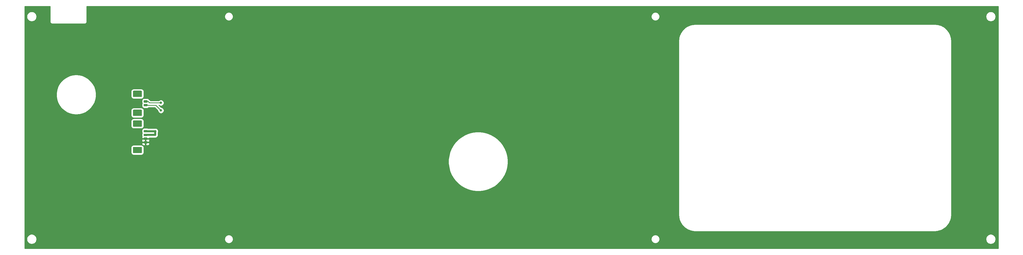
<source format=gbr>
G04 #@! TF.GenerationSoftware,KiCad,Pcbnew,(5.1.9)-1*
G04 #@! TF.CreationDate,2021-03-05T16:24:16-06:00*
G04 #@! TF.ProjectId,Y+,592b2e6b-6963-4616-945f-706362585858,3*
G04 #@! TF.SameCoordinates,Original*
G04 #@! TF.FileFunction,Copper,L2,Bot*
G04 #@! TF.FilePolarity,Positive*
%FSLAX46Y46*%
G04 Gerber Fmt 4.6, Leading zero omitted, Abs format (unit mm)*
G04 Created by KiCad (PCBNEW (5.1.9)-1) date 2021-03-05 16:24:16*
%MOMM*%
%LPD*%
G01*
G04 APERTURE LIST*
G04 #@! TA.AperFunction,ViaPad*
%ADD10C,0.800000*%
G04 #@! TD*
G04 #@! TA.AperFunction,Conductor*
%ADD11C,0.250000*%
G04 #@! TD*
G04 #@! TA.AperFunction,Conductor*
%ADD12C,0.700000*%
G04 #@! TD*
G04 #@! TA.AperFunction,Conductor*
%ADD13C,0.254000*%
G04 #@! TD*
G04 #@! TA.AperFunction,Conductor*
%ADD14C,0.100000*%
G04 #@! TD*
G04 APERTURE END LIST*
G04 #@! TA.AperFunction,SMDPad,CuDef*
G36*
G01*
X168060000Y-232075000D02*
X167160000Y-232075000D01*
G75*
G02*
X166960000Y-231875000I0J200000D01*
G01*
X166960000Y-231475000D01*
G75*
G02*
X167160000Y-231275000I200000J0D01*
G01*
X168060000Y-231275000D01*
G75*
G02*
X168260000Y-231475000I0J-200000D01*
G01*
X168260000Y-231875000D01*
G75*
G02*
X168060000Y-232075000I-200000J0D01*
G01*
G37*
G04 #@! TD.AperFunction*
G04 #@! TA.AperFunction,SMDPad,CuDef*
G36*
G01*
X168060000Y-230825000D02*
X167160000Y-230825000D01*
G75*
G02*
X166960000Y-230625000I0J200000D01*
G01*
X166960000Y-230225000D01*
G75*
G02*
X167160000Y-230025000I200000J0D01*
G01*
X168060000Y-230025000D01*
G75*
G02*
X168260000Y-230225000I0J-200000D01*
G01*
X168260000Y-230625000D01*
G75*
G02*
X168060000Y-230825000I-200000J0D01*
G01*
G37*
G04 #@! TD.AperFunction*
G04 #@! TA.AperFunction,SMDPad,CuDef*
G36*
G01*
X168060000Y-229575000D02*
X167160000Y-229575000D01*
G75*
G02*
X166960000Y-229375000I0J200000D01*
G01*
X166960000Y-228975000D01*
G75*
G02*
X167160000Y-228775000I200000J0D01*
G01*
X168060000Y-228775000D01*
G75*
G02*
X168260000Y-228975000I0J-200000D01*
G01*
X168260000Y-229375000D01*
G75*
G02*
X168060000Y-229575000I-200000J0D01*
G01*
G37*
G04 #@! TD.AperFunction*
G04 #@! TA.AperFunction,SMDPad,CuDef*
G36*
G01*
X168060000Y-228325000D02*
X167160000Y-228325000D01*
G75*
G02*
X166960000Y-228125000I0J200000D01*
G01*
X166960000Y-227725000D01*
G75*
G02*
X167160000Y-227525000I200000J0D01*
G01*
X168060000Y-227525000D01*
G75*
G02*
X168260000Y-227725000I0J-200000D01*
G01*
X168260000Y-228125000D01*
G75*
G02*
X168060000Y-228325000I-200000J0D01*
G01*
G37*
G04 #@! TD.AperFunction*
G04 #@! TA.AperFunction,SMDPad,CuDef*
G36*
G01*
X166110000Y-235275000D02*
X163610000Y-235275000D01*
G75*
G02*
X163360000Y-235025000I0J250000D01*
G01*
X163360000Y-233425000D01*
G75*
G02*
X163610000Y-233175000I250000J0D01*
G01*
X166110000Y-233175000D01*
G75*
G02*
X166360000Y-233425000I0J-250000D01*
G01*
X166360000Y-235025000D01*
G75*
G02*
X166110000Y-235275000I-250000J0D01*
G01*
G37*
G04 #@! TD.AperFunction*
G04 #@! TA.AperFunction,SMDPad,CuDef*
G36*
G01*
X166110000Y-226425000D02*
X163610000Y-226425000D01*
G75*
G02*
X163360000Y-226175000I0J250000D01*
G01*
X163360000Y-224575000D01*
G75*
G02*
X163610000Y-224325000I250000J0D01*
G01*
X166110000Y-224325000D01*
G75*
G02*
X166360000Y-224575000I0J-250000D01*
G01*
X166360000Y-226175000D01*
G75*
G02*
X166110000Y-226425000I-250000J0D01*
G01*
G37*
G04 #@! TD.AperFunction*
G04 #@! TA.AperFunction,SMDPad,CuDef*
G36*
G01*
X166110000Y-216475000D02*
X163610000Y-216475000D01*
G75*
G02*
X163360000Y-216225000I0J250000D01*
G01*
X163360000Y-214625000D01*
G75*
G02*
X163610000Y-214375000I250000J0D01*
G01*
X166110000Y-214375000D01*
G75*
G02*
X166360000Y-214625000I0J-250000D01*
G01*
X166360000Y-216225000D01*
G75*
G02*
X166110000Y-216475000I-250000J0D01*
G01*
G37*
G04 #@! TD.AperFunction*
G04 #@! TA.AperFunction,SMDPad,CuDef*
G36*
G01*
X166110000Y-222825000D02*
X163610000Y-222825000D01*
G75*
G02*
X163360000Y-222575000I0J250000D01*
G01*
X163360000Y-220975000D01*
G75*
G02*
X163610000Y-220725000I250000J0D01*
G01*
X166110000Y-220725000D01*
G75*
G02*
X166360000Y-220975000I0J-250000D01*
G01*
X166360000Y-222575000D01*
G75*
G02*
X166110000Y-222825000I-250000J0D01*
G01*
G37*
G04 #@! TD.AperFunction*
G04 #@! TA.AperFunction,SMDPad,CuDef*
G36*
G01*
X168060000Y-218375000D02*
X167160000Y-218375000D01*
G75*
G02*
X166960000Y-218175000I0J200000D01*
G01*
X166960000Y-217775000D01*
G75*
G02*
X167160000Y-217575000I200000J0D01*
G01*
X168060000Y-217575000D01*
G75*
G02*
X168260000Y-217775000I0J-200000D01*
G01*
X168260000Y-218175000D01*
G75*
G02*
X168060000Y-218375000I-200000J0D01*
G01*
G37*
G04 #@! TD.AperFunction*
G04 #@! TA.AperFunction,SMDPad,CuDef*
G36*
G01*
X168060000Y-219625000D02*
X167160000Y-219625000D01*
G75*
G02*
X166960000Y-219425000I0J200000D01*
G01*
X166960000Y-219025000D01*
G75*
G02*
X167160000Y-218825000I200000J0D01*
G01*
X168060000Y-218825000D01*
G75*
G02*
X168260000Y-219025000I0J-200000D01*
G01*
X168260000Y-219425000D01*
G75*
G02*
X168060000Y-219625000I-200000J0D01*
G01*
G37*
G04 #@! TD.AperFunction*
D10*
X301625000Y-226695000D03*
X266700000Y-229235000D03*
X234315000Y-224155000D03*
X161290000Y-222250000D03*
X170815000Y-227965000D03*
X172720000Y-218440000D03*
X172720000Y-220980000D03*
D11*
X167650000Y-227965000D02*
X167610000Y-227925000D01*
D12*
X170815000Y-227965000D02*
X167650000Y-227965000D01*
X167610000Y-229175000D02*
X170755000Y-229175000D01*
X170815000Y-229115000D02*
X170815000Y-227965000D01*
D11*
X170755000Y-229175000D02*
X170815000Y-229115000D01*
X172720000Y-218440000D02*
X168910000Y-218440000D01*
X168445000Y-217975000D02*
X167610000Y-217975000D01*
X168910000Y-218440000D02*
X168445000Y-217975000D01*
X170965000Y-219225000D02*
X167610000Y-219225000D01*
X172720000Y-220980000D02*
X170965000Y-219225000D01*
D13*
X135590001Y-191267571D02*
X135586807Y-191300000D01*
X135599550Y-191429383D01*
X135637290Y-191553793D01*
X135698575Y-191668450D01*
X135781052Y-191768948D01*
X135881550Y-191851425D01*
X135996207Y-191912710D01*
X136120617Y-191950450D01*
X136217581Y-191960000D01*
X136250000Y-191963193D01*
X136282419Y-191960000D01*
X147217581Y-191960000D01*
X147250000Y-191963193D01*
X147282419Y-191960000D01*
X147379383Y-191950450D01*
X147503793Y-191912710D01*
X147618450Y-191851425D01*
X147718948Y-191768948D01*
X147801425Y-191668450D01*
X147862710Y-191553793D01*
X147900450Y-191429383D01*
X147913193Y-191300000D01*
X147910000Y-191267581D01*
X147910000Y-189409835D01*
X194036886Y-189409835D01*
X194036886Y-189690165D01*
X194091575Y-189965107D01*
X194198853Y-190224097D01*
X194354595Y-190457182D01*
X194552818Y-190655405D01*
X194785903Y-190811147D01*
X195044893Y-190918425D01*
X195319835Y-190973114D01*
X195600165Y-190973114D01*
X195875107Y-190918425D01*
X196134097Y-190811147D01*
X196367182Y-190655405D01*
X196565405Y-190457182D01*
X196721147Y-190224097D01*
X196828425Y-189965107D01*
X196883114Y-189690165D01*
X196883114Y-189409835D01*
X336886886Y-189409835D01*
X336886886Y-189690165D01*
X336941575Y-189965107D01*
X337048853Y-190224097D01*
X337204595Y-190457182D01*
X337402818Y-190655405D01*
X337635903Y-190811147D01*
X337894893Y-190918425D01*
X338169835Y-190973114D01*
X338450165Y-190973114D01*
X338725107Y-190918425D01*
X338984097Y-190811147D01*
X339217182Y-190655405D01*
X339415405Y-190457182D01*
X339571147Y-190224097D01*
X339678425Y-189965107D01*
X339733114Y-189690165D01*
X339733114Y-189409835D01*
X339728240Y-189385331D01*
X448938090Y-189385331D01*
X448938090Y-189714669D01*
X449002340Y-190037678D01*
X449128372Y-190341947D01*
X449311342Y-190615781D01*
X449544219Y-190848658D01*
X449818053Y-191031628D01*
X450122322Y-191157660D01*
X450445331Y-191221910D01*
X450774669Y-191221910D01*
X451097678Y-191157660D01*
X451401947Y-191031628D01*
X451675781Y-190848658D01*
X451908658Y-190615781D01*
X452091628Y-190341947D01*
X452217660Y-190037678D01*
X452281910Y-189714669D01*
X452281910Y-189385331D01*
X452217660Y-189062322D01*
X452091628Y-188758053D01*
X451908658Y-188484219D01*
X451675781Y-188251342D01*
X451401947Y-188068372D01*
X451097678Y-187942340D01*
X450774669Y-187878090D01*
X450445331Y-187878090D01*
X450122322Y-187942340D01*
X449818053Y-188068372D01*
X449544219Y-188251342D01*
X449311342Y-188484219D01*
X449128372Y-188758053D01*
X449002340Y-189062322D01*
X448938090Y-189385331D01*
X339728240Y-189385331D01*
X339678425Y-189134893D01*
X339571147Y-188875903D01*
X339415405Y-188642818D01*
X339217182Y-188444595D01*
X338984097Y-188288853D01*
X338725107Y-188181575D01*
X338450165Y-188126886D01*
X338169835Y-188126886D01*
X337894893Y-188181575D01*
X337635903Y-188288853D01*
X337402818Y-188444595D01*
X337204595Y-188642818D01*
X337048853Y-188875903D01*
X336941575Y-189134893D01*
X336886886Y-189409835D01*
X196883114Y-189409835D01*
X196828425Y-189134893D01*
X196721147Y-188875903D01*
X196565405Y-188642818D01*
X196367182Y-188444595D01*
X196134097Y-188288853D01*
X195875107Y-188181575D01*
X195600165Y-188126886D01*
X195319835Y-188126886D01*
X195044893Y-188181575D01*
X194785903Y-188288853D01*
X194552818Y-188444595D01*
X194354595Y-188642818D01*
X194198853Y-188875903D01*
X194091575Y-189134893D01*
X194036886Y-189409835D01*
X147910000Y-189409835D01*
X147910000Y-186182000D01*
X453100001Y-186182000D01*
X453100000Y-267208000D01*
X127127000Y-267208000D01*
X127127000Y-263885331D01*
X127788090Y-263885331D01*
X127788090Y-264214669D01*
X127852340Y-264537678D01*
X127978372Y-264841947D01*
X128161342Y-265115781D01*
X128394219Y-265348658D01*
X128668053Y-265531628D01*
X128972322Y-265657660D01*
X129295331Y-265721910D01*
X129624669Y-265721910D01*
X129947678Y-265657660D01*
X130251947Y-265531628D01*
X130525781Y-265348658D01*
X130758658Y-265115781D01*
X130941628Y-264841947D01*
X131067660Y-264537678D01*
X131131910Y-264214669D01*
X131131910Y-263909835D01*
X194036886Y-263909835D01*
X194036886Y-264190165D01*
X194091575Y-264465107D01*
X194198853Y-264724097D01*
X194354595Y-264957182D01*
X194552818Y-265155405D01*
X194785903Y-265311147D01*
X195044893Y-265418425D01*
X195319835Y-265473114D01*
X195600165Y-265473114D01*
X195875107Y-265418425D01*
X196134097Y-265311147D01*
X196367182Y-265155405D01*
X196565405Y-264957182D01*
X196721147Y-264724097D01*
X196828425Y-264465107D01*
X196883114Y-264190165D01*
X196883114Y-263909835D01*
X336886886Y-263909835D01*
X336886886Y-264190165D01*
X336941575Y-264465107D01*
X337048853Y-264724097D01*
X337204595Y-264957182D01*
X337402818Y-265155405D01*
X337635903Y-265311147D01*
X337894893Y-265418425D01*
X338169835Y-265473114D01*
X338450165Y-265473114D01*
X338725107Y-265418425D01*
X338984097Y-265311147D01*
X339217182Y-265155405D01*
X339415405Y-264957182D01*
X339571147Y-264724097D01*
X339678425Y-264465107D01*
X339733114Y-264190165D01*
X339733114Y-263909835D01*
X339728240Y-263885331D01*
X448938090Y-263885331D01*
X448938090Y-264214669D01*
X449002340Y-264537678D01*
X449128372Y-264841947D01*
X449311342Y-265115781D01*
X449544219Y-265348658D01*
X449818053Y-265531628D01*
X450122322Y-265657660D01*
X450445331Y-265721910D01*
X450774669Y-265721910D01*
X451097678Y-265657660D01*
X451401947Y-265531628D01*
X451675781Y-265348658D01*
X451908658Y-265115781D01*
X452091628Y-264841947D01*
X452217660Y-264537678D01*
X452281910Y-264214669D01*
X452281910Y-263885331D01*
X452217660Y-263562322D01*
X452091628Y-263258053D01*
X451908658Y-262984219D01*
X451675781Y-262751342D01*
X451401947Y-262568372D01*
X451097678Y-262442340D01*
X450774669Y-262378090D01*
X450445331Y-262378090D01*
X450122322Y-262442340D01*
X449818053Y-262568372D01*
X449544219Y-262751342D01*
X449311342Y-262984219D01*
X449128372Y-263258053D01*
X449002340Y-263562322D01*
X448938090Y-263885331D01*
X339728240Y-263885331D01*
X339678425Y-263634893D01*
X339571147Y-263375903D01*
X339415405Y-263142818D01*
X339217182Y-262944595D01*
X338984097Y-262788853D01*
X338725107Y-262681575D01*
X338450165Y-262626886D01*
X338169835Y-262626886D01*
X337894893Y-262681575D01*
X337635903Y-262788853D01*
X337402818Y-262944595D01*
X337204595Y-263142818D01*
X337048853Y-263375903D01*
X336941575Y-263634893D01*
X336886886Y-263909835D01*
X196883114Y-263909835D01*
X196828425Y-263634893D01*
X196721147Y-263375903D01*
X196565405Y-263142818D01*
X196367182Y-262944595D01*
X196134097Y-262788853D01*
X195875107Y-262681575D01*
X195600165Y-262626886D01*
X195319835Y-262626886D01*
X195044893Y-262681575D01*
X194785903Y-262788853D01*
X194552818Y-262944595D01*
X194354595Y-263142818D01*
X194198853Y-263375903D01*
X194091575Y-263634893D01*
X194036886Y-263909835D01*
X131131910Y-263909835D01*
X131131910Y-263885331D01*
X131067660Y-263562322D01*
X130941628Y-263258053D01*
X130758658Y-262984219D01*
X130525781Y-262751342D01*
X130251947Y-262568372D01*
X129947678Y-262442340D01*
X129624669Y-262378090D01*
X129295331Y-262378090D01*
X128972322Y-262442340D01*
X128668053Y-262568372D01*
X128394219Y-262751342D01*
X128161342Y-262984219D01*
X127978372Y-263258053D01*
X127852340Y-263562322D01*
X127788090Y-263885331D01*
X127127000Y-263885331D01*
X127127000Y-237447135D01*
X268999199Y-237447135D01*
X268999199Y-238752865D01*
X269169631Y-240047426D01*
X269507579Y-241308665D01*
X270007260Y-242515003D01*
X270660126Y-243645799D01*
X271455004Y-244681705D01*
X272378295Y-245604996D01*
X273414201Y-246399874D01*
X274544997Y-247052740D01*
X275751335Y-247552421D01*
X277012574Y-247890369D01*
X278307135Y-248060801D01*
X279612865Y-248060801D01*
X280907426Y-247890369D01*
X282168665Y-247552421D01*
X283375003Y-247052740D01*
X284505799Y-246399874D01*
X285541705Y-245604996D01*
X286464996Y-244681705D01*
X287259874Y-243645799D01*
X287912740Y-242515003D01*
X288412421Y-241308665D01*
X288750369Y-240047426D01*
X288920801Y-238752865D01*
X288920801Y-237447135D01*
X288750369Y-236152574D01*
X288412421Y-234891335D01*
X287912740Y-233684997D01*
X287259874Y-232554201D01*
X286464996Y-231518295D01*
X285541705Y-230595004D01*
X284505799Y-229800126D01*
X283375003Y-229147260D01*
X282168665Y-228647579D01*
X280907426Y-228309631D01*
X279612865Y-228139199D01*
X278307135Y-228139199D01*
X277012574Y-228309631D01*
X275751335Y-228647579D01*
X274544997Y-229147260D01*
X273414201Y-229800126D01*
X272378295Y-230595004D01*
X271455004Y-231518295D01*
X270660126Y-232554201D01*
X270007260Y-233684997D01*
X269507579Y-234891335D01*
X269169631Y-236152574D01*
X268999199Y-237447135D01*
X127127000Y-237447135D01*
X127127000Y-233425000D01*
X162721928Y-233425000D01*
X162721928Y-235025000D01*
X162738992Y-235198254D01*
X162789528Y-235364850D01*
X162871595Y-235518386D01*
X162982038Y-235652962D01*
X163116614Y-235763405D01*
X163270150Y-235845472D01*
X163436746Y-235896008D01*
X163610000Y-235913072D01*
X166110000Y-235913072D01*
X166283254Y-235896008D01*
X166449850Y-235845472D01*
X166603386Y-235763405D01*
X166737962Y-235652962D01*
X166848405Y-235518386D01*
X166930472Y-235364850D01*
X166981008Y-235198254D01*
X166998072Y-235025000D01*
X166998072Y-233425000D01*
X166981008Y-233251746D01*
X166930472Y-233085150D01*
X166848405Y-232931614D01*
X166737962Y-232797038D01*
X166603386Y-232686595D01*
X166449850Y-232604528D01*
X166283254Y-232553992D01*
X166110000Y-232536928D01*
X163610000Y-232536928D01*
X163436746Y-232553992D01*
X163270150Y-232604528D01*
X163116614Y-232686595D01*
X162982038Y-232797038D01*
X162871595Y-232931614D01*
X162789528Y-233085150D01*
X162738992Y-233251746D01*
X162721928Y-233425000D01*
X127127000Y-233425000D01*
X127127000Y-232075000D01*
X166321928Y-232075000D01*
X166334188Y-232199482D01*
X166370498Y-232319180D01*
X166429463Y-232429494D01*
X166508815Y-232526185D01*
X166605506Y-232605537D01*
X166715820Y-232664502D01*
X166835518Y-232700812D01*
X166960000Y-232713072D01*
X167324250Y-232710000D01*
X167483000Y-232551250D01*
X167483000Y-231802000D01*
X167737000Y-231802000D01*
X167737000Y-232551250D01*
X167895750Y-232710000D01*
X168260000Y-232713072D01*
X168384482Y-232700812D01*
X168504180Y-232664502D01*
X168614494Y-232605537D01*
X168711185Y-232526185D01*
X168790537Y-232429494D01*
X168849502Y-232319180D01*
X168885812Y-232199482D01*
X168898072Y-232075000D01*
X168895000Y-231960750D01*
X168736250Y-231802000D01*
X167737000Y-231802000D01*
X167483000Y-231802000D01*
X166483750Y-231802000D01*
X166325000Y-231960750D01*
X166321928Y-232075000D01*
X127127000Y-232075000D01*
X127127000Y-230825000D01*
X166321928Y-230825000D01*
X166334188Y-230949482D01*
X166364680Y-231050000D01*
X166334188Y-231150518D01*
X166321928Y-231275000D01*
X166325000Y-231389250D01*
X166483750Y-231548000D01*
X167483000Y-231548000D01*
X167483000Y-230552000D01*
X167737000Y-230552000D01*
X167737000Y-231548000D01*
X168736250Y-231548000D01*
X168895000Y-231389250D01*
X168898072Y-231275000D01*
X168885812Y-231150518D01*
X168855320Y-231050000D01*
X168885812Y-230949482D01*
X168898072Y-230825000D01*
X168895000Y-230710750D01*
X168736250Y-230552000D01*
X167737000Y-230552000D01*
X167483000Y-230552000D01*
X166483750Y-230552000D01*
X166325000Y-230710750D01*
X166321928Y-230825000D01*
X127127000Y-230825000D01*
X127127000Y-227725000D01*
X166321928Y-227725000D01*
X166321928Y-228125000D01*
X166338031Y-228288500D01*
X166385722Y-228445716D01*
X166441463Y-228550000D01*
X166385722Y-228654284D01*
X166338031Y-228811500D01*
X166321928Y-228975000D01*
X166321928Y-229375000D01*
X166338031Y-229538500D01*
X166385722Y-229695716D01*
X166400855Y-229724027D01*
X166370498Y-229780820D01*
X166334188Y-229900518D01*
X166321928Y-230025000D01*
X166325000Y-230139250D01*
X166483750Y-230298000D01*
X167483000Y-230298000D01*
X167483000Y-230278000D01*
X167737000Y-230278000D01*
X167737000Y-230298000D01*
X168736250Y-230298000D01*
X168874250Y-230160000D01*
X170803380Y-230160000D01*
X170948094Y-230145747D01*
X171133767Y-230089424D01*
X171304884Y-229997960D01*
X171454870Y-229874870D01*
X171481915Y-229841915D01*
X171514870Y-229814870D01*
X171637960Y-229664884D01*
X171729424Y-229493767D01*
X171785747Y-229308094D01*
X171800000Y-229163380D01*
X171800000Y-228291586D01*
X171810226Y-228266898D01*
X171850000Y-228066939D01*
X171850000Y-227863061D01*
X171810226Y-227663102D01*
X171732205Y-227474744D01*
X171618937Y-227305226D01*
X171474774Y-227161063D01*
X171305256Y-227047795D01*
X171116898Y-226969774D01*
X170916939Y-226930000D01*
X170713061Y-226930000D01*
X170513102Y-226969774D01*
X170488414Y-226980000D01*
X168435491Y-226980000D01*
X168380716Y-226950722D01*
X168223500Y-226903031D01*
X168060000Y-226886928D01*
X167160000Y-226886928D01*
X166996500Y-226903031D01*
X166839284Y-226950722D01*
X166694392Y-227028169D01*
X166567394Y-227132394D01*
X166463169Y-227259392D01*
X166385722Y-227404284D01*
X166338031Y-227561500D01*
X166321928Y-227725000D01*
X127127000Y-227725000D01*
X127127000Y-224575000D01*
X162721928Y-224575000D01*
X162721928Y-226175000D01*
X162738992Y-226348254D01*
X162789528Y-226514850D01*
X162871595Y-226668386D01*
X162982038Y-226802962D01*
X163116614Y-226913405D01*
X163270150Y-226995472D01*
X163436746Y-227046008D01*
X163610000Y-227063072D01*
X166110000Y-227063072D01*
X166283254Y-227046008D01*
X166449850Y-226995472D01*
X166603386Y-226913405D01*
X166737962Y-226802962D01*
X166848405Y-226668386D01*
X166930472Y-226514850D01*
X166981008Y-226348254D01*
X166998072Y-226175000D01*
X166998072Y-224575000D01*
X166981008Y-224401746D01*
X166930472Y-224235150D01*
X166848405Y-224081614D01*
X166737962Y-223947038D01*
X166603386Y-223836595D01*
X166449850Y-223754528D01*
X166283254Y-223703992D01*
X166110000Y-223686928D01*
X163610000Y-223686928D01*
X163436746Y-223703992D01*
X163270150Y-223754528D01*
X163116614Y-223836595D01*
X162982038Y-223947038D01*
X162871595Y-224081614D01*
X162789528Y-224235150D01*
X162738992Y-224401746D01*
X162721928Y-224575000D01*
X127127000Y-224575000D01*
X127127000Y-215148095D01*
X137699495Y-215148095D01*
X137699495Y-216251905D01*
X137881176Y-217340661D01*
X138239583Y-218384664D01*
X138764938Y-219355436D01*
X139442913Y-220226498D01*
X140255013Y-220974088D01*
X141179086Y-221577815D01*
X142189926Y-222021211D01*
X143259960Y-222292180D01*
X144360000Y-222383332D01*
X145460040Y-222292180D01*
X146530074Y-222021211D01*
X147540914Y-221577815D01*
X148463591Y-220975000D01*
X162721928Y-220975000D01*
X162721928Y-222575000D01*
X162738992Y-222748254D01*
X162789528Y-222914850D01*
X162871595Y-223068386D01*
X162982038Y-223202962D01*
X163116614Y-223313405D01*
X163270150Y-223395472D01*
X163436746Y-223446008D01*
X163610000Y-223463072D01*
X166110000Y-223463072D01*
X166283254Y-223446008D01*
X166449850Y-223395472D01*
X166603386Y-223313405D01*
X166737962Y-223202962D01*
X166848405Y-223068386D01*
X166930472Y-222914850D01*
X166981008Y-222748254D01*
X166998072Y-222575000D01*
X166998072Y-220975000D01*
X166981008Y-220801746D01*
X166930472Y-220635150D01*
X166848405Y-220481614D01*
X166737962Y-220347038D01*
X166603386Y-220236595D01*
X166449850Y-220154528D01*
X166283254Y-220103992D01*
X166110000Y-220086928D01*
X163610000Y-220086928D01*
X163436746Y-220103992D01*
X163270150Y-220154528D01*
X163116614Y-220236595D01*
X162982038Y-220347038D01*
X162871595Y-220481614D01*
X162789528Y-220635150D01*
X162738992Y-220801746D01*
X162721928Y-220975000D01*
X148463591Y-220975000D01*
X148464987Y-220974088D01*
X149277087Y-220226498D01*
X149955062Y-219355436D01*
X150480417Y-218384664D01*
X150689715Y-217775000D01*
X166321928Y-217775000D01*
X166321928Y-218175000D01*
X166338031Y-218338500D01*
X166385722Y-218495716D01*
X166441463Y-218600000D01*
X166385722Y-218704284D01*
X166338031Y-218861500D01*
X166321928Y-219025000D01*
X166321928Y-219425000D01*
X166338031Y-219588500D01*
X166385722Y-219745716D01*
X166463169Y-219890608D01*
X166567394Y-220017606D01*
X166694392Y-220121831D01*
X166839284Y-220199278D01*
X166996500Y-220246969D01*
X167160000Y-220263072D01*
X168060000Y-220263072D01*
X168223500Y-220246969D01*
X168380716Y-220199278D01*
X168525608Y-220121831D01*
X168652606Y-220017606D01*
X168679365Y-219985000D01*
X170650199Y-219985000D01*
X171685000Y-221019802D01*
X171685000Y-221081939D01*
X171724774Y-221281898D01*
X171802795Y-221470256D01*
X171916063Y-221639774D01*
X172060226Y-221783937D01*
X172229744Y-221897205D01*
X172418102Y-221975226D01*
X172618061Y-222015000D01*
X172821939Y-222015000D01*
X173021898Y-221975226D01*
X173210256Y-221897205D01*
X173379774Y-221783937D01*
X173523937Y-221639774D01*
X173637205Y-221470256D01*
X173715226Y-221281898D01*
X173755000Y-221081939D01*
X173755000Y-220878061D01*
X173715226Y-220678102D01*
X173637205Y-220489744D01*
X173523937Y-220320226D01*
X173379774Y-220176063D01*
X173210256Y-220062795D01*
X173021898Y-219984774D01*
X172821939Y-219945000D01*
X172759802Y-219945000D01*
X172014801Y-219200000D01*
X172016289Y-219200000D01*
X172060226Y-219243937D01*
X172229744Y-219357205D01*
X172418102Y-219435226D01*
X172618061Y-219475000D01*
X172821939Y-219475000D01*
X173021898Y-219435226D01*
X173210256Y-219357205D01*
X173379774Y-219243937D01*
X173523937Y-219099774D01*
X173637205Y-218930256D01*
X173715226Y-218741898D01*
X173755000Y-218541939D01*
X173755000Y-218338061D01*
X173715226Y-218138102D01*
X173637205Y-217949744D01*
X173523937Y-217780226D01*
X173379774Y-217636063D01*
X173210256Y-217522795D01*
X173021898Y-217444774D01*
X172821939Y-217405000D01*
X172618061Y-217405000D01*
X172418102Y-217444774D01*
X172229744Y-217522795D01*
X172060226Y-217636063D01*
X172016289Y-217680000D01*
X169224801Y-217680000D01*
X169008804Y-217464003D01*
X168985001Y-217434999D01*
X168869276Y-217340026D01*
X168737247Y-217269454D01*
X168719682Y-217264126D01*
X168652606Y-217182394D01*
X168525608Y-217078169D01*
X168380716Y-217000722D01*
X168223500Y-216953031D01*
X168060000Y-216936928D01*
X167160000Y-216936928D01*
X166996500Y-216953031D01*
X166839284Y-217000722D01*
X166694392Y-217078169D01*
X166567394Y-217182394D01*
X166463169Y-217309392D01*
X166385722Y-217454284D01*
X166338031Y-217611500D01*
X166321928Y-217775000D01*
X150689715Y-217775000D01*
X150838824Y-217340661D01*
X151020505Y-216251905D01*
X151020505Y-215148095D01*
X150933216Y-214625000D01*
X162721928Y-214625000D01*
X162721928Y-216225000D01*
X162738992Y-216398254D01*
X162789528Y-216564850D01*
X162871595Y-216718386D01*
X162982038Y-216852962D01*
X163116614Y-216963405D01*
X163270150Y-217045472D01*
X163436746Y-217096008D01*
X163610000Y-217113072D01*
X166110000Y-217113072D01*
X166283254Y-217096008D01*
X166449850Y-217045472D01*
X166603386Y-216963405D01*
X166737962Y-216852962D01*
X166848405Y-216718386D01*
X166930472Y-216564850D01*
X166981008Y-216398254D01*
X166998072Y-216225000D01*
X166998072Y-214625000D01*
X166981008Y-214451746D01*
X166930472Y-214285150D01*
X166848405Y-214131614D01*
X166737962Y-213997038D01*
X166603386Y-213886595D01*
X166449850Y-213804528D01*
X166283254Y-213753992D01*
X166110000Y-213736928D01*
X163610000Y-213736928D01*
X163436746Y-213753992D01*
X163270150Y-213804528D01*
X163116614Y-213886595D01*
X162982038Y-213997038D01*
X162871595Y-214131614D01*
X162789528Y-214285150D01*
X162738992Y-214451746D01*
X162721928Y-214625000D01*
X150933216Y-214625000D01*
X150838824Y-214059339D01*
X150480417Y-213015336D01*
X149955062Y-212044564D01*
X149277087Y-211173502D01*
X148464987Y-210425912D01*
X147540914Y-209822185D01*
X146530074Y-209378789D01*
X145460040Y-209107820D01*
X144360000Y-209016668D01*
X143259960Y-209107820D01*
X142189926Y-209378789D01*
X141179086Y-209822185D01*
X140255013Y-210425912D01*
X139442913Y-211173502D01*
X138764938Y-212044564D01*
X138239583Y-213015336D01*
X137881176Y-214059339D01*
X137699495Y-215148095D01*
X127127000Y-215148095D01*
X127127000Y-197667582D01*
X346100000Y-197667582D01*
X346100001Y-255932419D01*
X346102367Y-255956446D01*
X346154339Y-256664145D01*
X346156856Y-256679518D01*
X346157346Y-256695097D01*
X346170802Y-256769881D01*
X346374171Y-257616974D01*
X346380792Y-257636649D01*
X346385111Y-257656967D01*
X346411598Y-257728186D01*
X346761760Y-258525879D01*
X346771764Y-258544077D01*
X346779610Y-258563302D01*
X346818289Y-258628705D01*
X347304177Y-259351782D01*
X347317242Y-259367916D01*
X347328371Y-259385452D01*
X347378021Y-259442972D01*
X347984275Y-260068578D01*
X347999994Y-260082146D01*
X348014050Y-260097432D01*
X348073102Y-260145251D01*
X348780560Y-260653611D01*
X348798430Y-260664179D01*
X348814973Y-260676736D01*
X348881560Y-260713342D01*
X349667859Y-261088388D01*
X349687321Y-261095626D01*
X349705825Y-261105054D01*
X349777841Y-261129290D01*
X350618129Y-261359166D01*
X350638566Y-261362843D01*
X350658445Y-261368845D01*
X350733614Y-261379945D01*
X351598360Y-261457122D01*
X351627581Y-261460000D01*
X431892419Y-261460000D01*
X431916486Y-261457630D01*
X432624145Y-261405661D01*
X432639518Y-261403144D01*
X432655097Y-261402654D01*
X432729881Y-261389198D01*
X433576974Y-261185829D01*
X433596649Y-261179208D01*
X433616967Y-261174889D01*
X433688186Y-261148402D01*
X434485879Y-260798240D01*
X434504077Y-260788236D01*
X434523302Y-260780390D01*
X434588705Y-260741711D01*
X435311782Y-260255823D01*
X435327916Y-260242758D01*
X435345452Y-260231629D01*
X435402972Y-260181979D01*
X436028578Y-259575725D01*
X436042146Y-259560006D01*
X436057432Y-259545950D01*
X436105251Y-259486898D01*
X436613611Y-258779440D01*
X436624179Y-258761570D01*
X436636736Y-258745027D01*
X436673342Y-258678440D01*
X437048388Y-257892141D01*
X437055626Y-257872679D01*
X437065054Y-257854175D01*
X437089290Y-257782159D01*
X437319166Y-256941871D01*
X437322843Y-256921434D01*
X437328845Y-256901555D01*
X437339945Y-256826386D01*
X437417122Y-255961640D01*
X437420000Y-255932419D01*
X437420000Y-197667581D01*
X437417629Y-197643511D01*
X437365662Y-196935855D01*
X437363143Y-196920475D01*
X437362654Y-196904903D01*
X437349198Y-196830119D01*
X437145829Y-195983025D01*
X437139207Y-195963349D01*
X437134889Y-195943033D01*
X437108403Y-195871814D01*
X436758240Y-195074122D01*
X436748237Y-195055926D01*
X436740390Y-195036698D01*
X436701711Y-194971295D01*
X436215823Y-194248218D01*
X436202757Y-194232083D01*
X436191629Y-194214548D01*
X436141991Y-194157043D01*
X436141978Y-194157027D01*
X436141972Y-194157022D01*
X435535725Y-193531422D01*
X435520006Y-193517854D01*
X435505950Y-193502568D01*
X435446898Y-193454749D01*
X434739440Y-192946389D01*
X434721566Y-192935818D01*
X434705026Y-192923264D01*
X434638440Y-192886658D01*
X433852140Y-192511612D01*
X433832681Y-192504375D01*
X433814175Y-192494946D01*
X433742159Y-192470710D01*
X432901871Y-192240834D01*
X432881436Y-192237157D01*
X432861556Y-192231155D01*
X432786386Y-192220055D01*
X431921640Y-192142878D01*
X431892419Y-192140000D01*
X351627581Y-192140000D01*
X351603511Y-192142371D01*
X350895855Y-192194338D01*
X350880475Y-192196857D01*
X350864903Y-192197346D01*
X350790119Y-192210802D01*
X349943025Y-192414171D01*
X349923349Y-192420793D01*
X349903033Y-192425111D01*
X349831814Y-192451597D01*
X349034122Y-192801760D01*
X349015926Y-192811763D01*
X348996698Y-192819610D01*
X348931295Y-192858289D01*
X348208218Y-193344177D01*
X348192083Y-193357243D01*
X348174548Y-193368371D01*
X348117043Y-193418009D01*
X348117027Y-193418022D01*
X348117022Y-193418028D01*
X347491422Y-194024275D01*
X347477854Y-194039994D01*
X347462568Y-194054050D01*
X347414749Y-194113102D01*
X346906389Y-194820560D01*
X346895818Y-194838434D01*
X346883264Y-194854974D01*
X346846658Y-194921560D01*
X346471612Y-195707860D01*
X346464375Y-195727319D01*
X346454946Y-195745825D01*
X346430710Y-195817841D01*
X346200834Y-196658129D01*
X346197157Y-196678564D01*
X346191155Y-196698444D01*
X346180055Y-196773614D01*
X346102877Y-197638371D01*
X346100000Y-197667582D01*
X127127000Y-197667582D01*
X127127000Y-189385331D01*
X127788090Y-189385331D01*
X127788090Y-189714669D01*
X127852340Y-190037678D01*
X127978372Y-190341947D01*
X128161342Y-190615781D01*
X128394219Y-190848658D01*
X128668053Y-191031628D01*
X128972322Y-191157660D01*
X129295331Y-191221910D01*
X129624669Y-191221910D01*
X129947678Y-191157660D01*
X130251947Y-191031628D01*
X130525781Y-190848658D01*
X130758658Y-190615781D01*
X130941628Y-190341947D01*
X131067660Y-190037678D01*
X131131910Y-189714669D01*
X131131910Y-189385331D01*
X131067660Y-189062322D01*
X130941628Y-188758053D01*
X130758658Y-188484219D01*
X130525781Y-188251342D01*
X130251947Y-188068372D01*
X129947678Y-187942340D01*
X129624669Y-187878090D01*
X129295331Y-187878090D01*
X128972322Y-187942340D01*
X128668053Y-188068372D01*
X128394219Y-188251342D01*
X128161342Y-188484219D01*
X127978372Y-188758053D01*
X127852340Y-189062322D01*
X127788090Y-189385331D01*
X127127000Y-189385331D01*
X127127000Y-186182000D01*
X135590000Y-186182000D01*
X135590001Y-191267571D01*
G04 #@! TA.AperFunction,Conductor*
D14*
G36*
X135590001Y-191267571D02*
G01*
X135586807Y-191300000D01*
X135599550Y-191429383D01*
X135637290Y-191553793D01*
X135698575Y-191668450D01*
X135781052Y-191768948D01*
X135881550Y-191851425D01*
X135996207Y-191912710D01*
X136120617Y-191950450D01*
X136217581Y-191960000D01*
X136250000Y-191963193D01*
X136282419Y-191960000D01*
X147217581Y-191960000D01*
X147250000Y-191963193D01*
X147282419Y-191960000D01*
X147379383Y-191950450D01*
X147503793Y-191912710D01*
X147618450Y-191851425D01*
X147718948Y-191768948D01*
X147801425Y-191668450D01*
X147862710Y-191553793D01*
X147900450Y-191429383D01*
X147913193Y-191300000D01*
X147910000Y-191267581D01*
X147910000Y-189409835D01*
X194036886Y-189409835D01*
X194036886Y-189690165D01*
X194091575Y-189965107D01*
X194198853Y-190224097D01*
X194354595Y-190457182D01*
X194552818Y-190655405D01*
X194785903Y-190811147D01*
X195044893Y-190918425D01*
X195319835Y-190973114D01*
X195600165Y-190973114D01*
X195875107Y-190918425D01*
X196134097Y-190811147D01*
X196367182Y-190655405D01*
X196565405Y-190457182D01*
X196721147Y-190224097D01*
X196828425Y-189965107D01*
X196883114Y-189690165D01*
X196883114Y-189409835D01*
X336886886Y-189409835D01*
X336886886Y-189690165D01*
X336941575Y-189965107D01*
X337048853Y-190224097D01*
X337204595Y-190457182D01*
X337402818Y-190655405D01*
X337635903Y-190811147D01*
X337894893Y-190918425D01*
X338169835Y-190973114D01*
X338450165Y-190973114D01*
X338725107Y-190918425D01*
X338984097Y-190811147D01*
X339217182Y-190655405D01*
X339415405Y-190457182D01*
X339571147Y-190224097D01*
X339678425Y-189965107D01*
X339733114Y-189690165D01*
X339733114Y-189409835D01*
X339728240Y-189385331D01*
X448938090Y-189385331D01*
X448938090Y-189714669D01*
X449002340Y-190037678D01*
X449128372Y-190341947D01*
X449311342Y-190615781D01*
X449544219Y-190848658D01*
X449818053Y-191031628D01*
X450122322Y-191157660D01*
X450445331Y-191221910D01*
X450774669Y-191221910D01*
X451097678Y-191157660D01*
X451401947Y-191031628D01*
X451675781Y-190848658D01*
X451908658Y-190615781D01*
X452091628Y-190341947D01*
X452217660Y-190037678D01*
X452281910Y-189714669D01*
X452281910Y-189385331D01*
X452217660Y-189062322D01*
X452091628Y-188758053D01*
X451908658Y-188484219D01*
X451675781Y-188251342D01*
X451401947Y-188068372D01*
X451097678Y-187942340D01*
X450774669Y-187878090D01*
X450445331Y-187878090D01*
X450122322Y-187942340D01*
X449818053Y-188068372D01*
X449544219Y-188251342D01*
X449311342Y-188484219D01*
X449128372Y-188758053D01*
X449002340Y-189062322D01*
X448938090Y-189385331D01*
X339728240Y-189385331D01*
X339678425Y-189134893D01*
X339571147Y-188875903D01*
X339415405Y-188642818D01*
X339217182Y-188444595D01*
X338984097Y-188288853D01*
X338725107Y-188181575D01*
X338450165Y-188126886D01*
X338169835Y-188126886D01*
X337894893Y-188181575D01*
X337635903Y-188288853D01*
X337402818Y-188444595D01*
X337204595Y-188642818D01*
X337048853Y-188875903D01*
X336941575Y-189134893D01*
X336886886Y-189409835D01*
X196883114Y-189409835D01*
X196828425Y-189134893D01*
X196721147Y-188875903D01*
X196565405Y-188642818D01*
X196367182Y-188444595D01*
X196134097Y-188288853D01*
X195875107Y-188181575D01*
X195600165Y-188126886D01*
X195319835Y-188126886D01*
X195044893Y-188181575D01*
X194785903Y-188288853D01*
X194552818Y-188444595D01*
X194354595Y-188642818D01*
X194198853Y-188875903D01*
X194091575Y-189134893D01*
X194036886Y-189409835D01*
X147910000Y-189409835D01*
X147910000Y-186182000D01*
X453100001Y-186182000D01*
X453100000Y-267208000D01*
X127127000Y-267208000D01*
X127127000Y-263885331D01*
X127788090Y-263885331D01*
X127788090Y-264214669D01*
X127852340Y-264537678D01*
X127978372Y-264841947D01*
X128161342Y-265115781D01*
X128394219Y-265348658D01*
X128668053Y-265531628D01*
X128972322Y-265657660D01*
X129295331Y-265721910D01*
X129624669Y-265721910D01*
X129947678Y-265657660D01*
X130251947Y-265531628D01*
X130525781Y-265348658D01*
X130758658Y-265115781D01*
X130941628Y-264841947D01*
X131067660Y-264537678D01*
X131131910Y-264214669D01*
X131131910Y-263909835D01*
X194036886Y-263909835D01*
X194036886Y-264190165D01*
X194091575Y-264465107D01*
X194198853Y-264724097D01*
X194354595Y-264957182D01*
X194552818Y-265155405D01*
X194785903Y-265311147D01*
X195044893Y-265418425D01*
X195319835Y-265473114D01*
X195600165Y-265473114D01*
X195875107Y-265418425D01*
X196134097Y-265311147D01*
X196367182Y-265155405D01*
X196565405Y-264957182D01*
X196721147Y-264724097D01*
X196828425Y-264465107D01*
X196883114Y-264190165D01*
X196883114Y-263909835D01*
X336886886Y-263909835D01*
X336886886Y-264190165D01*
X336941575Y-264465107D01*
X337048853Y-264724097D01*
X337204595Y-264957182D01*
X337402818Y-265155405D01*
X337635903Y-265311147D01*
X337894893Y-265418425D01*
X338169835Y-265473114D01*
X338450165Y-265473114D01*
X338725107Y-265418425D01*
X338984097Y-265311147D01*
X339217182Y-265155405D01*
X339415405Y-264957182D01*
X339571147Y-264724097D01*
X339678425Y-264465107D01*
X339733114Y-264190165D01*
X339733114Y-263909835D01*
X339728240Y-263885331D01*
X448938090Y-263885331D01*
X448938090Y-264214669D01*
X449002340Y-264537678D01*
X449128372Y-264841947D01*
X449311342Y-265115781D01*
X449544219Y-265348658D01*
X449818053Y-265531628D01*
X450122322Y-265657660D01*
X450445331Y-265721910D01*
X450774669Y-265721910D01*
X451097678Y-265657660D01*
X451401947Y-265531628D01*
X451675781Y-265348658D01*
X451908658Y-265115781D01*
X452091628Y-264841947D01*
X452217660Y-264537678D01*
X452281910Y-264214669D01*
X452281910Y-263885331D01*
X452217660Y-263562322D01*
X452091628Y-263258053D01*
X451908658Y-262984219D01*
X451675781Y-262751342D01*
X451401947Y-262568372D01*
X451097678Y-262442340D01*
X450774669Y-262378090D01*
X450445331Y-262378090D01*
X450122322Y-262442340D01*
X449818053Y-262568372D01*
X449544219Y-262751342D01*
X449311342Y-262984219D01*
X449128372Y-263258053D01*
X449002340Y-263562322D01*
X448938090Y-263885331D01*
X339728240Y-263885331D01*
X339678425Y-263634893D01*
X339571147Y-263375903D01*
X339415405Y-263142818D01*
X339217182Y-262944595D01*
X338984097Y-262788853D01*
X338725107Y-262681575D01*
X338450165Y-262626886D01*
X338169835Y-262626886D01*
X337894893Y-262681575D01*
X337635903Y-262788853D01*
X337402818Y-262944595D01*
X337204595Y-263142818D01*
X337048853Y-263375903D01*
X336941575Y-263634893D01*
X336886886Y-263909835D01*
X196883114Y-263909835D01*
X196828425Y-263634893D01*
X196721147Y-263375903D01*
X196565405Y-263142818D01*
X196367182Y-262944595D01*
X196134097Y-262788853D01*
X195875107Y-262681575D01*
X195600165Y-262626886D01*
X195319835Y-262626886D01*
X195044893Y-262681575D01*
X194785903Y-262788853D01*
X194552818Y-262944595D01*
X194354595Y-263142818D01*
X194198853Y-263375903D01*
X194091575Y-263634893D01*
X194036886Y-263909835D01*
X131131910Y-263909835D01*
X131131910Y-263885331D01*
X131067660Y-263562322D01*
X130941628Y-263258053D01*
X130758658Y-262984219D01*
X130525781Y-262751342D01*
X130251947Y-262568372D01*
X129947678Y-262442340D01*
X129624669Y-262378090D01*
X129295331Y-262378090D01*
X128972322Y-262442340D01*
X128668053Y-262568372D01*
X128394219Y-262751342D01*
X128161342Y-262984219D01*
X127978372Y-263258053D01*
X127852340Y-263562322D01*
X127788090Y-263885331D01*
X127127000Y-263885331D01*
X127127000Y-237447135D01*
X268999199Y-237447135D01*
X268999199Y-238752865D01*
X269169631Y-240047426D01*
X269507579Y-241308665D01*
X270007260Y-242515003D01*
X270660126Y-243645799D01*
X271455004Y-244681705D01*
X272378295Y-245604996D01*
X273414201Y-246399874D01*
X274544997Y-247052740D01*
X275751335Y-247552421D01*
X277012574Y-247890369D01*
X278307135Y-248060801D01*
X279612865Y-248060801D01*
X280907426Y-247890369D01*
X282168665Y-247552421D01*
X283375003Y-247052740D01*
X284505799Y-246399874D01*
X285541705Y-245604996D01*
X286464996Y-244681705D01*
X287259874Y-243645799D01*
X287912740Y-242515003D01*
X288412421Y-241308665D01*
X288750369Y-240047426D01*
X288920801Y-238752865D01*
X288920801Y-237447135D01*
X288750369Y-236152574D01*
X288412421Y-234891335D01*
X287912740Y-233684997D01*
X287259874Y-232554201D01*
X286464996Y-231518295D01*
X285541705Y-230595004D01*
X284505799Y-229800126D01*
X283375003Y-229147260D01*
X282168665Y-228647579D01*
X280907426Y-228309631D01*
X279612865Y-228139199D01*
X278307135Y-228139199D01*
X277012574Y-228309631D01*
X275751335Y-228647579D01*
X274544997Y-229147260D01*
X273414201Y-229800126D01*
X272378295Y-230595004D01*
X271455004Y-231518295D01*
X270660126Y-232554201D01*
X270007260Y-233684997D01*
X269507579Y-234891335D01*
X269169631Y-236152574D01*
X268999199Y-237447135D01*
X127127000Y-237447135D01*
X127127000Y-233425000D01*
X162721928Y-233425000D01*
X162721928Y-235025000D01*
X162738992Y-235198254D01*
X162789528Y-235364850D01*
X162871595Y-235518386D01*
X162982038Y-235652962D01*
X163116614Y-235763405D01*
X163270150Y-235845472D01*
X163436746Y-235896008D01*
X163610000Y-235913072D01*
X166110000Y-235913072D01*
X166283254Y-235896008D01*
X166449850Y-235845472D01*
X166603386Y-235763405D01*
X166737962Y-235652962D01*
X166848405Y-235518386D01*
X166930472Y-235364850D01*
X166981008Y-235198254D01*
X166998072Y-235025000D01*
X166998072Y-233425000D01*
X166981008Y-233251746D01*
X166930472Y-233085150D01*
X166848405Y-232931614D01*
X166737962Y-232797038D01*
X166603386Y-232686595D01*
X166449850Y-232604528D01*
X166283254Y-232553992D01*
X166110000Y-232536928D01*
X163610000Y-232536928D01*
X163436746Y-232553992D01*
X163270150Y-232604528D01*
X163116614Y-232686595D01*
X162982038Y-232797038D01*
X162871595Y-232931614D01*
X162789528Y-233085150D01*
X162738992Y-233251746D01*
X162721928Y-233425000D01*
X127127000Y-233425000D01*
X127127000Y-232075000D01*
X166321928Y-232075000D01*
X166334188Y-232199482D01*
X166370498Y-232319180D01*
X166429463Y-232429494D01*
X166508815Y-232526185D01*
X166605506Y-232605537D01*
X166715820Y-232664502D01*
X166835518Y-232700812D01*
X166960000Y-232713072D01*
X167324250Y-232710000D01*
X167483000Y-232551250D01*
X167483000Y-231802000D01*
X167737000Y-231802000D01*
X167737000Y-232551250D01*
X167895750Y-232710000D01*
X168260000Y-232713072D01*
X168384482Y-232700812D01*
X168504180Y-232664502D01*
X168614494Y-232605537D01*
X168711185Y-232526185D01*
X168790537Y-232429494D01*
X168849502Y-232319180D01*
X168885812Y-232199482D01*
X168898072Y-232075000D01*
X168895000Y-231960750D01*
X168736250Y-231802000D01*
X167737000Y-231802000D01*
X167483000Y-231802000D01*
X166483750Y-231802000D01*
X166325000Y-231960750D01*
X166321928Y-232075000D01*
X127127000Y-232075000D01*
X127127000Y-230825000D01*
X166321928Y-230825000D01*
X166334188Y-230949482D01*
X166364680Y-231050000D01*
X166334188Y-231150518D01*
X166321928Y-231275000D01*
X166325000Y-231389250D01*
X166483750Y-231548000D01*
X167483000Y-231548000D01*
X167483000Y-230552000D01*
X167737000Y-230552000D01*
X167737000Y-231548000D01*
X168736250Y-231548000D01*
X168895000Y-231389250D01*
X168898072Y-231275000D01*
X168885812Y-231150518D01*
X168855320Y-231050000D01*
X168885812Y-230949482D01*
X168898072Y-230825000D01*
X168895000Y-230710750D01*
X168736250Y-230552000D01*
X167737000Y-230552000D01*
X167483000Y-230552000D01*
X166483750Y-230552000D01*
X166325000Y-230710750D01*
X166321928Y-230825000D01*
X127127000Y-230825000D01*
X127127000Y-227725000D01*
X166321928Y-227725000D01*
X166321928Y-228125000D01*
X166338031Y-228288500D01*
X166385722Y-228445716D01*
X166441463Y-228550000D01*
X166385722Y-228654284D01*
X166338031Y-228811500D01*
X166321928Y-228975000D01*
X166321928Y-229375000D01*
X166338031Y-229538500D01*
X166385722Y-229695716D01*
X166400855Y-229724027D01*
X166370498Y-229780820D01*
X166334188Y-229900518D01*
X166321928Y-230025000D01*
X166325000Y-230139250D01*
X166483750Y-230298000D01*
X167483000Y-230298000D01*
X167483000Y-230278000D01*
X167737000Y-230278000D01*
X167737000Y-230298000D01*
X168736250Y-230298000D01*
X168874250Y-230160000D01*
X170803380Y-230160000D01*
X170948094Y-230145747D01*
X171133767Y-230089424D01*
X171304884Y-229997960D01*
X171454870Y-229874870D01*
X171481915Y-229841915D01*
X171514870Y-229814870D01*
X171637960Y-229664884D01*
X171729424Y-229493767D01*
X171785747Y-229308094D01*
X171800000Y-229163380D01*
X171800000Y-228291586D01*
X171810226Y-228266898D01*
X171850000Y-228066939D01*
X171850000Y-227863061D01*
X171810226Y-227663102D01*
X171732205Y-227474744D01*
X171618937Y-227305226D01*
X171474774Y-227161063D01*
X171305256Y-227047795D01*
X171116898Y-226969774D01*
X170916939Y-226930000D01*
X170713061Y-226930000D01*
X170513102Y-226969774D01*
X170488414Y-226980000D01*
X168435491Y-226980000D01*
X168380716Y-226950722D01*
X168223500Y-226903031D01*
X168060000Y-226886928D01*
X167160000Y-226886928D01*
X166996500Y-226903031D01*
X166839284Y-226950722D01*
X166694392Y-227028169D01*
X166567394Y-227132394D01*
X166463169Y-227259392D01*
X166385722Y-227404284D01*
X166338031Y-227561500D01*
X166321928Y-227725000D01*
X127127000Y-227725000D01*
X127127000Y-224575000D01*
X162721928Y-224575000D01*
X162721928Y-226175000D01*
X162738992Y-226348254D01*
X162789528Y-226514850D01*
X162871595Y-226668386D01*
X162982038Y-226802962D01*
X163116614Y-226913405D01*
X163270150Y-226995472D01*
X163436746Y-227046008D01*
X163610000Y-227063072D01*
X166110000Y-227063072D01*
X166283254Y-227046008D01*
X166449850Y-226995472D01*
X166603386Y-226913405D01*
X166737962Y-226802962D01*
X166848405Y-226668386D01*
X166930472Y-226514850D01*
X166981008Y-226348254D01*
X166998072Y-226175000D01*
X166998072Y-224575000D01*
X166981008Y-224401746D01*
X166930472Y-224235150D01*
X166848405Y-224081614D01*
X166737962Y-223947038D01*
X166603386Y-223836595D01*
X166449850Y-223754528D01*
X166283254Y-223703992D01*
X166110000Y-223686928D01*
X163610000Y-223686928D01*
X163436746Y-223703992D01*
X163270150Y-223754528D01*
X163116614Y-223836595D01*
X162982038Y-223947038D01*
X162871595Y-224081614D01*
X162789528Y-224235150D01*
X162738992Y-224401746D01*
X162721928Y-224575000D01*
X127127000Y-224575000D01*
X127127000Y-215148095D01*
X137699495Y-215148095D01*
X137699495Y-216251905D01*
X137881176Y-217340661D01*
X138239583Y-218384664D01*
X138764938Y-219355436D01*
X139442913Y-220226498D01*
X140255013Y-220974088D01*
X141179086Y-221577815D01*
X142189926Y-222021211D01*
X143259960Y-222292180D01*
X144360000Y-222383332D01*
X145460040Y-222292180D01*
X146530074Y-222021211D01*
X147540914Y-221577815D01*
X148463591Y-220975000D01*
X162721928Y-220975000D01*
X162721928Y-222575000D01*
X162738992Y-222748254D01*
X162789528Y-222914850D01*
X162871595Y-223068386D01*
X162982038Y-223202962D01*
X163116614Y-223313405D01*
X163270150Y-223395472D01*
X163436746Y-223446008D01*
X163610000Y-223463072D01*
X166110000Y-223463072D01*
X166283254Y-223446008D01*
X166449850Y-223395472D01*
X166603386Y-223313405D01*
X166737962Y-223202962D01*
X166848405Y-223068386D01*
X166930472Y-222914850D01*
X166981008Y-222748254D01*
X166998072Y-222575000D01*
X166998072Y-220975000D01*
X166981008Y-220801746D01*
X166930472Y-220635150D01*
X166848405Y-220481614D01*
X166737962Y-220347038D01*
X166603386Y-220236595D01*
X166449850Y-220154528D01*
X166283254Y-220103992D01*
X166110000Y-220086928D01*
X163610000Y-220086928D01*
X163436746Y-220103992D01*
X163270150Y-220154528D01*
X163116614Y-220236595D01*
X162982038Y-220347038D01*
X162871595Y-220481614D01*
X162789528Y-220635150D01*
X162738992Y-220801746D01*
X162721928Y-220975000D01*
X148463591Y-220975000D01*
X148464987Y-220974088D01*
X149277087Y-220226498D01*
X149955062Y-219355436D01*
X150480417Y-218384664D01*
X150689715Y-217775000D01*
X166321928Y-217775000D01*
X166321928Y-218175000D01*
X166338031Y-218338500D01*
X166385722Y-218495716D01*
X166441463Y-218600000D01*
X166385722Y-218704284D01*
X166338031Y-218861500D01*
X166321928Y-219025000D01*
X166321928Y-219425000D01*
X166338031Y-219588500D01*
X166385722Y-219745716D01*
X166463169Y-219890608D01*
X166567394Y-220017606D01*
X166694392Y-220121831D01*
X166839284Y-220199278D01*
X166996500Y-220246969D01*
X167160000Y-220263072D01*
X168060000Y-220263072D01*
X168223500Y-220246969D01*
X168380716Y-220199278D01*
X168525608Y-220121831D01*
X168652606Y-220017606D01*
X168679365Y-219985000D01*
X170650199Y-219985000D01*
X171685000Y-221019802D01*
X171685000Y-221081939D01*
X171724774Y-221281898D01*
X171802795Y-221470256D01*
X171916063Y-221639774D01*
X172060226Y-221783937D01*
X172229744Y-221897205D01*
X172418102Y-221975226D01*
X172618061Y-222015000D01*
X172821939Y-222015000D01*
X173021898Y-221975226D01*
X173210256Y-221897205D01*
X173379774Y-221783937D01*
X173523937Y-221639774D01*
X173637205Y-221470256D01*
X173715226Y-221281898D01*
X173755000Y-221081939D01*
X173755000Y-220878061D01*
X173715226Y-220678102D01*
X173637205Y-220489744D01*
X173523937Y-220320226D01*
X173379774Y-220176063D01*
X173210256Y-220062795D01*
X173021898Y-219984774D01*
X172821939Y-219945000D01*
X172759802Y-219945000D01*
X172014801Y-219200000D01*
X172016289Y-219200000D01*
X172060226Y-219243937D01*
X172229744Y-219357205D01*
X172418102Y-219435226D01*
X172618061Y-219475000D01*
X172821939Y-219475000D01*
X173021898Y-219435226D01*
X173210256Y-219357205D01*
X173379774Y-219243937D01*
X173523937Y-219099774D01*
X173637205Y-218930256D01*
X173715226Y-218741898D01*
X173755000Y-218541939D01*
X173755000Y-218338061D01*
X173715226Y-218138102D01*
X173637205Y-217949744D01*
X173523937Y-217780226D01*
X173379774Y-217636063D01*
X173210256Y-217522795D01*
X173021898Y-217444774D01*
X172821939Y-217405000D01*
X172618061Y-217405000D01*
X172418102Y-217444774D01*
X172229744Y-217522795D01*
X172060226Y-217636063D01*
X172016289Y-217680000D01*
X169224801Y-217680000D01*
X169008804Y-217464003D01*
X168985001Y-217434999D01*
X168869276Y-217340026D01*
X168737247Y-217269454D01*
X168719682Y-217264126D01*
X168652606Y-217182394D01*
X168525608Y-217078169D01*
X168380716Y-217000722D01*
X168223500Y-216953031D01*
X168060000Y-216936928D01*
X167160000Y-216936928D01*
X166996500Y-216953031D01*
X166839284Y-217000722D01*
X166694392Y-217078169D01*
X166567394Y-217182394D01*
X166463169Y-217309392D01*
X166385722Y-217454284D01*
X166338031Y-217611500D01*
X166321928Y-217775000D01*
X150689715Y-217775000D01*
X150838824Y-217340661D01*
X151020505Y-216251905D01*
X151020505Y-215148095D01*
X150933216Y-214625000D01*
X162721928Y-214625000D01*
X162721928Y-216225000D01*
X162738992Y-216398254D01*
X162789528Y-216564850D01*
X162871595Y-216718386D01*
X162982038Y-216852962D01*
X163116614Y-216963405D01*
X163270150Y-217045472D01*
X163436746Y-217096008D01*
X163610000Y-217113072D01*
X166110000Y-217113072D01*
X166283254Y-217096008D01*
X166449850Y-217045472D01*
X166603386Y-216963405D01*
X166737962Y-216852962D01*
X166848405Y-216718386D01*
X166930472Y-216564850D01*
X166981008Y-216398254D01*
X166998072Y-216225000D01*
X166998072Y-214625000D01*
X166981008Y-214451746D01*
X166930472Y-214285150D01*
X166848405Y-214131614D01*
X166737962Y-213997038D01*
X166603386Y-213886595D01*
X166449850Y-213804528D01*
X166283254Y-213753992D01*
X166110000Y-213736928D01*
X163610000Y-213736928D01*
X163436746Y-213753992D01*
X163270150Y-213804528D01*
X163116614Y-213886595D01*
X162982038Y-213997038D01*
X162871595Y-214131614D01*
X162789528Y-214285150D01*
X162738992Y-214451746D01*
X162721928Y-214625000D01*
X150933216Y-214625000D01*
X150838824Y-214059339D01*
X150480417Y-213015336D01*
X149955062Y-212044564D01*
X149277087Y-211173502D01*
X148464987Y-210425912D01*
X147540914Y-209822185D01*
X146530074Y-209378789D01*
X145460040Y-209107820D01*
X144360000Y-209016668D01*
X143259960Y-209107820D01*
X142189926Y-209378789D01*
X141179086Y-209822185D01*
X140255013Y-210425912D01*
X139442913Y-211173502D01*
X138764938Y-212044564D01*
X138239583Y-213015336D01*
X137881176Y-214059339D01*
X137699495Y-215148095D01*
X127127000Y-215148095D01*
X127127000Y-197667582D01*
X346100000Y-197667582D01*
X346100001Y-255932419D01*
X346102367Y-255956446D01*
X346154339Y-256664145D01*
X346156856Y-256679518D01*
X346157346Y-256695097D01*
X346170802Y-256769881D01*
X346374171Y-257616974D01*
X346380792Y-257636649D01*
X346385111Y-257656967D01*
X346411598Y-257728186D01*
X346761760Y-258525879D01*
X346771764Y-258544077D01*
X346779610Y-258563302D01*
X346818289Y-258628705D01*
X347304177Y-259351782D01*
X347317242Y-259367916D01*
X347328371Y-259385452D01*
X347378021Y-259442972D01*
X347984275Y-260068578D01*
X347999994Y-260082146D01*
X348014050Y-260097432D01*
X348073102Y-260145251D01*
X348780560Y-260653611D01*
X348798430Y-260664179D01*
X348814973Y-260676736D01*
X348881560Y-260713342D01*
X349667859Y-261088388D01*
X349687321Y-261095626D01*
X349705825Y-261105054D01*
X349777841Y-261129290D01*
X350618129Y-261359166D01*
X350638566Y-261362843D01*
X350658445Y-261368845D01*
X350733614Y-261379945D01*
X351598360Y-261457122D01*
X351627581Y-261460000D01*
X431892419Y-261460000D01*
X431916486Y-261457630D01*
X432624145Y-261405661D01*
X432639518Y-261403144D01*
X432655097Y-261402654D01*
X432729881Y-261389198D01*
X433576974Y-261185829D01*
X433596649Y-261179208D01*
X433616967Y-261174889D01*
X433688186Y-261148402D01*
X434485879Y-260798240D01*
X434504077Y-260788236D01*
X434523302Y-260780390D01*
X434588705Y-260741711D01*
X435311782Y-260255823D01*
X435327916Y-260242758D01*
X435345452Y-260231629D01*
X435402972Y-260181979D01*
X436028578Y-259575725D01*
X436042146Y-259560006D01*
X436057432Y-259545950D01*
X436105251Y-259486898D01*
X436613611Y-258779440D01*
X436624179Y-258761570D01*
X436636736Y-258745027D01*
X436673342Y-258678440D01*
X437048388Y-257892141D01*
X437055626Y-257872679D01*
X437065054Y-257854175D01*
X437089290Y-257782159D01*
X437319166Y-256941871D01*
X437322843Y-256921434D01*
X437328845Y-256901555D01*
X437339945Y-256826386D01*
X437417122Y-255961640D01*
X437420000Y-255932419D01*
X437420000Y-197667581D01*
X437417629Y-197643511D01*
X437365662Y-196935855D01*
X437363143Y-196920475D01*
X437362654Y-196904903D01*
X437349198Y-196830119D01*
X437145829Y-195983025D01*
X437139207Y-195963349D01*
X437134889Y-195943033D01*
X437108403Y-195871814D01*
X436758240Y-195074122D01*
X436748237Y-195055926D01*
X436740390Y-195036698D01*
X436701711Y-194971295D01*
X436215823Y-194248218D01*
X436202757Y-194232083D01*
X436191629Y-194214548D01*
X436141991Y-194157043D01*
X436141978Y-194157027D01*
X436141972Y-194157022D01*
X435535725Y-193531422D01*
X435520006Y-193517854D01*
X435505950Y-193502568D01*
X435446898Y-193454749D01*
X434739440Y-192946389D01*
X434721566Y-192935818D01*
X434705026Y-192923264D01*
X434638440Y-192886658D01*
X433852140Y-192511612D01*
X433832681Y-192504375D01*
X433814175Y-192494946D01*
X433742159Y-192470710D01*
X432901871Y-192240834D01*
X432881436Y-192237157D01*
X432861556Y-192231155D01*
X432786386Y-192220055D01*
X431921640Y-192142878D01*
X431892419Y-192140000D01*
X351627581Y-192140000D01*
X351603511Y-192142371D01*
X350895855Y-192194338D01*
X350880475Y-192196857D01*
X350864903Y-192197346D01*
X350790119Y-192210802D01*
X349943025Y-192414171D01*
X349923349Y-192420793D01*
X349903033Y-192425111D01*
X349831814Y-192451597D01*
X349034122Y-192801760D01*
X349015926Y-192811763D01*
X348996698Y-192819610D01*
X348931295Y-192858289D01*
X348208218Y-193344177D01*
X348192083Y-193357243D01*
X348174548Y-193368371D01*
X348117043Y-193418009D01*
X348117027Y-193418022D01*
X348117022Y-193418028D01*
X347491422Y-194024275D01*
X347477854Y-194039994D01*
X347462568Y-194054050D01*
X347414749Y-194113102D01*
X346906389Y-194820560D01*
X346895818Y-194838434D01*
X346883264Y-194854974D01*
X346846658Y-194921560D01*
X346471612Y-195707860D01*
X346464375Y-195727319D01*
X346454946Y-195745825D01*
X346430710Y-195817841D01*
X346200834Y-196658129D01*
X346197157Y-196678564D01*
X346191155Y-196698444D01*
X346180055Y-196773614D01*
X346102877Y-197638371D01*
X346100000Y-197667582D01*
X127127000Y-197667582D01*
X127127000Y-189385331D01*
X127788090Y-189385331D01*
X127788090Y-189714669D01*
X127852340Y-190037678D01*
X127978372Y-190341947D01*
X128161342Y-190615781D01*
X128394219Y-190848658D01*
X128668053Y-191031628D01*
X128972322Y-191157660D01*
X129295331Y-191221910D01*
X129624669Y-191221910D01*
X129947678Y-191157660D01*
X130251947Y-191031628D01*
X130525781Y-190848658D01*
X130758658Y-190615781D01*
X130941628Y-190341947D01*
X131067660Y-190037678D01*
X131131910Y-189714669D01*
X131131910Y-189385331D01*
X131067660Y-189062322D01*
X130941628Y-188758053D01*
X130758658Y-188484219D01*
X130525781Y-188251342D01*
X130251947Y-188068372D01*
X129947678Y-187942340D01*
X129624669Y-187878090D01*
X129295331Y-187878090D01*
X128972322Y-187942340D01*
X128668053Y-188068372D01*
X128394219Y-188251342D01*
X128161342Y-188484219D01*
X127978372Y-188758053D01*
X127852340Y-189062322D01*
X127788090Y-189385331D01*
X127127000Y-189385331D01*
X127127000Y-186182000D01*
X135590000Y-186182000D01*
X135590001Y-191267571D01*
G37*
G04 #@! TD.AperFunction*
M02*

</source>
